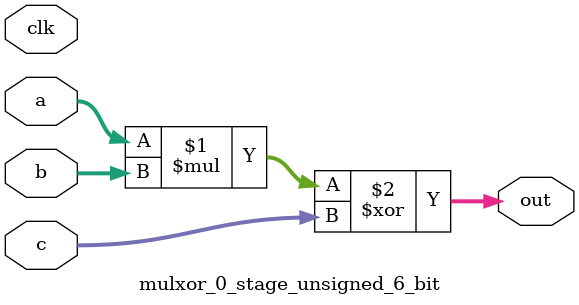
<source format=sv>
(* use_dsp = "yes" *) module mulxor_0_stage_unsigned_6_bit(
	input  [5:0] a,
	input  [5:0] b,
	input  [5:0] c,
	output [5:0] out,
	input clk);

	assign out = (a * b) ^ c;
endmodule

</source>
